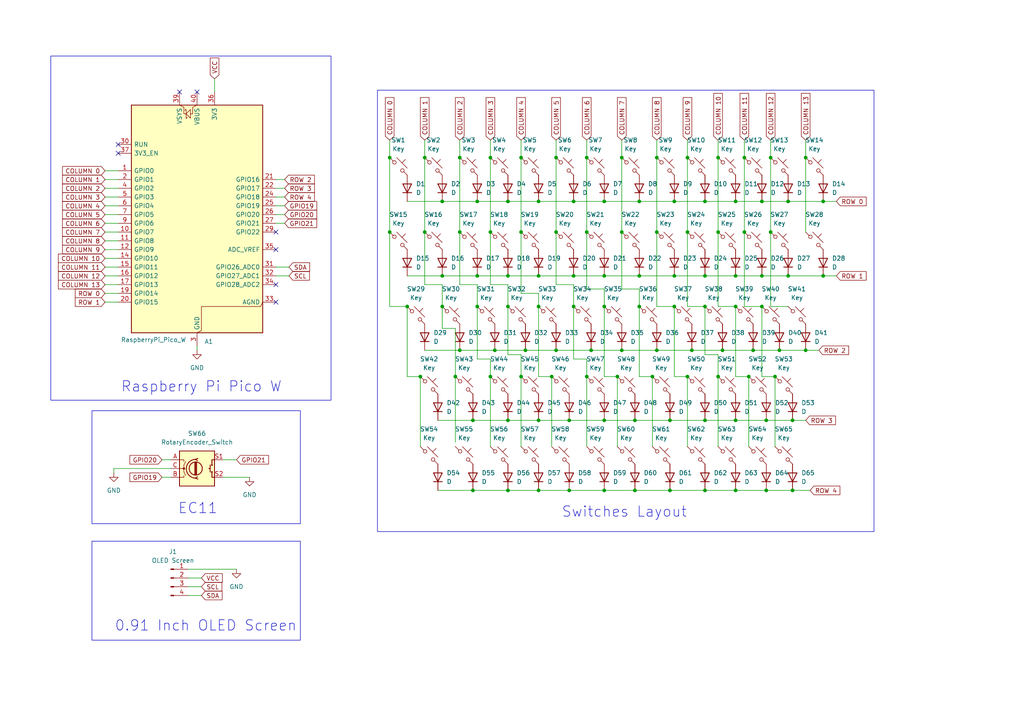
<source format=kicad_sch>
(kicad_sch (version 20250114) (generator "eeschema") (generator_version "9.0")
  (paper "A4")
  (rectangle (start 109.474 26.162) (end 253.492 154.178))
  (rectangle (start 26.67 156.972) (end 87.122 185.674))
  (rectangle (start 14.732 16.256) (end 96.012 116.078))
  (rectangle (start 26.67 119.126) (end 87.122 151.892))
  (text "0.91 Inch OLED Screen" (at 59.69 181.61 0) (effects (font (size 3 3))))
  (text "Raspberry Pi Pico W" (at 58.42 112.268 0) (effects (font (size 3 3))))
  (text "EC11" (at 57.404 147.574 0) (effects (font (size 3 3))))
  (text "Switches Layout\n" (at 181.102 148.59 0) (effects (font (size 3 3))))
  (junction (at 204.47 142.24))
  (junction (at 170.18 67.31))
  (junction (at 128.27 80.01))
  (junction (at 215.9 67.31))
  (junction (at 184.15 121.92))
  (junction (at 190.5 101.6))
  (junction (at 170.18 109.22))
  (junction (at 161.29 67.31))
  (junction (at 143.51 101.6))
  (junction (at 121.92 109.22))
  (junction (at 208.28 109.22))
  (junction (at 190.5 67.31))
  (junction (at 156.21 88.9))
  (junction (at 190.5 45.72))
  (junction (at 137.16 142.24))
  (junction (at 137.16 121.92))
  (junction (at 147.32 88.9))
  (junction (at 233.68 45.72))
  (junction (at 151.13 45.72))
  (junction (at 185.42 88.9))
  (junction (at 226.06 101.6))
  (junction (at 175.26 142.24))
  (junction (at 175.26 80.01))
  (junction (at 175.26 88.9))
  (junction (at 208.28 67.31))
  (junction (at 228.6 58.42))
  (junction (at 156.21 121.92))
  (junction (at 180.34 45.72))
  (junction (at 151.13 67.31))
  (junction (at 132.08 109.22))
  (junction (at 213.36 121.92))
  (junction (at 138.43 88.9))
  (junction (at 228.6 80.01))
  (junction (at 138.43 80.01))
  (junction (at 213.36 88.9))
  (junction (at 194.31 121.92))
  (junction (at 156.21 80.01))
  (junction (at 189.23 109.22))
  (junction (at 170.18 45.72))
  (junction (at 222.25 121.92))
  (junction (at 220.98 58.42))
  (junction (at 166.37 80.01))
  (junction (at 171.45 101.6))
  (junction (at 175.26 121.92))
  (junction (at 147.32 142.24))
  (junction (at 204.47 121.92))
  (junction (at 220.98 88.9))
  (junction (at 128.27 58.42))
  (junction (at 133.35 67.31))
  (junction (at 208.28 45.72))
  (junction (at 233.68 101.6))
  (junction (at 113.03 67.31))
  (junction (at 151.13 109.22))
  (junction (at 204.47 80.01))
  (junction (at 147.32 80.01))
  (junction (at 142.24 45.72))
  (junction (at 156.21 142.24))
  (junction (at 195.58 58.42))
  (junction (at 175.26 58.42))
  (junction (at 204.47 88.9))
  (junction (at 142.24 109.22))
  (junction (at 195.58 88.9))
  (junction (at 156.21 58.42))
  (junction (at 165.1 142.24))
  (junction (at 195.58 80.01))
  (junction (at 161.29 45.72))
  (junction (at 217.17 109.22))
  (junction (at 161.29 101.6))
  (junction (at 200.66 101.6))
  (junction (at 160.02 109.22))
  (junction (at 180.34 67.31))
  (junction (at 224.79 109.22))
  (junction (at 166.37 58.42))
  (junction (at 147.32 58.42))
  (junction (at 128.27 88.9))
  (junction (at 222.25 142.24))
  (junction (at 118.11 88.9))
  (junction (at 215.9 45.72))
  (junction (at 204.47 58.42))
  (junction (at 223.52 67.31))
  (junction (at 213.36 80.01))
  (junction (at 229.87 142.24))
  (junction (at 218.44 101.6))
  (junction (at 220.98 80.01))
  (junction (at 138.43 58.42))
  (junction (at 199.39 109.22))
  (junction (at 238.76 58.42))
  (junction (at 185.42 58.42))
  (junction (at 142.24 67.31))
  (junction (at 147.32 121.92))
  (junction (at 165.1 121.92))
  (junction (at 123.19 67.31))
  (junction (at 123.19 45.72))
  (junction (at 229.87 121.92))
  (junction (at 223.52 45.72))
  (junction (at 185.42 80.01))
  (junction (at 179.07 109.22))
  (junction (at 194.31 142.24))
  (junction (at 184.15 142.24))
  (junction (at 199.39 67.31))
  (junction (at 113.03 45.72))
  (junction (at 180.34 101.6))
  (junction (at 152.4 101.6))
  (junction (at 166.37 88.9))
  (junction (at 199.39 45.72))
  (junction (at 133.35 45.72))
  (junction (at 213.36 58.42))
  (junction (at 238.76 80.01))
  (junction (at 213.36 142.24))
  (junction (at 133.35 101.6))
  (junction (at 209.55 101.6))
  (no_connect (at 80.01 67.31))
  (no_connect (at 57.15 26.67))
  (no_connect (at 52.07 26.67))
  (no_connect (at 80.01 72.39))
  (no_connect (at 34.29 41.91))
  (no_connect (at 80.01 82.55))
  (no_connect (at 80.01 87.63))
  (no_connect (at 34.29 44.45))
  (wire (pts (xy 30.48 62.23) (xy 34.29 62.23)))
  (wire (pts (xy 147.32 58.42) (xy 156.21 58.42)))
  (wire (pts (xy 170.18 109.22) (xy 170.18 104.14)))
  (wire (pts (xy 118.11 80.01) (xy 128.27 80.01)))
  (wire (pts (xy 156.21 80.01) (xy 166.37 80.01)))
  (wire (pts (xy 128.27 82.55) (xy 123.19 82.55)))
  (wire (pts (xy 180.34 45.72) (xy 180.34 67.31)))
  (wire (pts (xy 156.21 121.92) (xy 165.1 121.92)))
  (wire (pts (xy 208.28 45.72) (xy 208.28 67.31)))
  (wire (pts (xy 46.99 138.43) (xy 49.53 138.43)))
  (wire (pts (xy 33.02 135.89) (xy 33.02 137.16)))
  (wire (pts (xy 215.9 88.9) (xy 220.98 88.9)))
  (wire (pts (xy 200.66 101.6) (xy 209.55 101.6)))
  (wire (pts (xy 30.48 72.39) (xy 34.29 72.39)))
  (wire (pts (xy 204.47 142.24) (xy 213.36 142.24)))
  (wire (pts (xy 190.5 45.72) (xy 190.5 67.31)))
  (wire (pts (xy 224.79 109.22) (xy 224.79 129.54)))
  (wire (pts (xy 179.07 109.22) (xy 179.07 129.54)))
  (wire (pts (xy 223.52 45.72) (xy 223.52 67.31)))
  (wire (pts (xy 156.21 109.22) (xy 160.02 109.22)))
  (wire (pts (xy 213.36 121.92) (xy 222.25 121.92)))
  (wire (pts (xy 213.36 58.42) (xy 220.98 58.42)))
  (wire (pts (xy 223.52 67.31) (xy 223.52 88.9)))
  (wire (pts (xy 215.9 67.31) (xy 215.9 88.9)))
  (wire (pts (xy 138.43 82.55) (xy 133.35 82.55)))
  (wire (pts (xy 80.01 59.69) (xy 82.55 59.69)))
  (wire (pts (xy 171.45 101.6) (xy 180.34 101.6)))
  (wire (pts (xy 142.24 45.72) (xy 142.24 67.31)))
  (wire (pts (xy 54.61 170.18) (xy 58.42 170.18)))
  (wire (pts (xy 199.39 40.64) (xy 199.39 45.72)))
  (wire (pts (xy 208.28 67.31) (xy 208.28 88.9)))
  (wire (pts (xy 204.47 88.9) (xy 199.39 88.9)))
  (wire (pts (xy 185.42 58.42) (xy 195.58 58.42)))
  (wire (pts (xy 138.43 58.42) (xy 147.32 58.42)))
  (wire (pts (xy 142.24 82.55) (xy 142.24 67.31)))
  (wire (pts (xy 233.68 40.64) (xy 233.68 45.72)))
  (wire (pts (xy 220.98 88.9) (xy 220.98 109.22)))
  (wire (pts (xy 161.29 101.6) (xy 171.45 101.6)))
  (wire (pts (xy 30.48 74.93) (xy 34.29 74.93)))
  (wire (pts (xy 175.26 80.01) (xy 185.42 80.01)))
  (wire (pts (xy 54.61 172.72) (xy 58.42 172.72)))
  (wire (pts (xy 190.5 67.31) (xy 190.5 88.9)))
  (wire (pts (xy 156.21 58.42) (xy 166.37 58.42)))
  (wire (pts (xy 138.43 88.9) (xy 138.43 82.55)))
  (wire (pts (xy 30.48 57.15) (xy 34.29 57.15)))
  (wire (pts (xy 220.98 80.01) (xy 228.6 80.01)))
  (wire (pts (xy 194.31 142.24) (xy 204.47 142.24)))
  (wire (pts (xy 184.15 142.24) (xy 194.31 142.24)))
  (wire (pts (xy 151.13 40.64) (xy 151.13 45.72)))
  (wire (pts (xy 147.32 88.9) (xy 147.32 82.55)))
  (wire (pts (xy 195.58 58.42) (xy 204.47 58.42)))
  (wire (pts (xy 189.23 109.22) (xy 185.42 109.22)))
  (wire (pts (xy 133.35 67.31) (xy 133.35 45.72)))
  (wire (pts (xy 217.17 109.22) (xy 217.17 129.54)))
  (wire (pts (xy 147.32 121.92) (xy 156.21 121.92)))
  (wire (pts (xy 208.28 102.87) (xy 204.47 102.87)))
  (wire (pts (xy 175.26 121.92) (xy 184.15 121.92)))
  (wire (pts (xy 175.26 109.22) (xy 179.07 109.22)))
  (wire (pts (xy 170.18 83.82) (xy 175.26 83.82)))
  (wire (pts (xy 152.4 101.6) (xy 161.29 101.6)))
  (wire (pts (xy 165.1 142.24) (xy 175.26 142.24)))
  (wire (pts (xy 132.08 128.27) (xy 132.08 109.22)))
  (wire (pts (xy 82.55 52.07) (xy 80.01 52.07)))
  (wire (pts (xy 30.48 67.31) (xy 34.29 67.31)))
  (wire (pts (xy 208.28 109.22) (xy 208.28 102.87)))
  (wire (pts (xy 208.28 40.64) (xy 208.28 45.72)))
  (wire (pts (xy 30.48 82.55) (xy 34.29 82.55)))
  (wire (pts (xy 30.48 77.47) (xy 34.29 77.47)))
  (wire (pts (xy 64.77 138.43) (xy 72.39 138.43)))
  (wire (pts (xy 166.37 82.55) (xy 161.29 82.55)))
  (wire (pts (xy 143.51 101.6) (xy 152.4 101.6)))
  (wire (pts (xy 30.48 59.69) (xy 34.29 59.69)))
  (wire (pts (xy 170.18 45.72) (xy 170.18 67.31)))
  (wire (pts (xy 133.35 40.64) (xy 133.35 45.72)))
  (wire (pts (xy 128.27 88.9) (xy 128.27 82.55)))
  (wire (pts (xy 161.29 40.64) (xy 161.29 45.72)))
  (wire (pts (xy 113.03 40.64) (xy 113.03 45.72)))
  (wire (pts (xy 238.76 80.01) (xy 242.57 80.01)))
  (wire (pts (xy 127 121.92) (xy 137.16 121.92)))
  (wire (pts (xy 30.48 69.85) (xy 34.29 69.85)))
  (wire (pts (xy 226.06 101.6) (xy 233.68 101.6)))
  (wire (pts (xy 175.26 142.24) (xy 184.15 142.24)))
  (wire (pts (xy 185.42 88.9) (xy 185.42 109.22)))
  (wire (pts (xy 229.87 142.24) (xy 234.95 142.24)))
  (wire (pts (xy 199.39 67.31) (xy 199.39 45.72)))
  (wire (pts (xy 80.01 77.47) (xy 83.82 77.47)))
  (wire (pts (xy 147.32 88.9) (xy 147.32 102.87)))
  (wire (pts (xy 194.31 121.92) (xy 204.47 121.92)))
  (wire (pts (xy 54.61 167.64) (xy 58.42 167.64)))
  (wire (pts (xy 228.6 80.01) (xy 238.76 80.01)))
  (wire (pts (xy 132.08 95.25) (xy 128.27 95.25)))
  (wire (pts (xy 30.48 64.77) (xy 34.29 64.77)))
  (wire (pts (xy 54.61 165.1) (xy 68.58 165.1)))
  (wire (pts (xy 166.37 88.9) (xy 166.37 82.55)))
  (wire (pts (xy 137.16 142.24) (xy 147.32 142.24)))
  (wire (pts (xy 123.19 82.55) (xy 123.19 67.31)))
  (wire (pts (xy 142.24 109.22) (xy 142.24 104.14)))
  (wire (pts (xy 184.15 121.92) (xy 194.31 121.92)))
  (wire (pts (xy 147.32 82.55) (xy 142.24 82.55)))
  (wire (pts (xy 151.13 109.22) (xy 151.13 129.54)))
  (wire (pts (xy 80.01 64.77) (xy 82.55 64.77)))
  (wire (pts (xy 147.32 80.01) (xy 156.21 80.01)))
  (wire (pts (xy 132.08 109.22) (xy 132.08 95.25)))
  (wire (pts (xy 220.98 109.22) (xy 224.79 109.22)))
  (wire (pts (xy 80.01 80.01) (xy 83.82 80.01)))
  (wire (pts (xy 138.43 80.01) (xy 147.32 80.01)))
  (wire (pts (xy 166.37 80.01) (xy 175.26 80.01)))
  (wire (pts (xy 30.48 80.01) (xy 34.29 80.01)))
  (wire (pts (xy 218.44 101.6) (xy 226.06 101.6)))
  (wire (pts (xy 166.37 104.14) (xy 166.37 88.9)))
  (wire (pts (xy 82.55 54.61) (xy 80.01 54.61)))
  (wire (pts (xy 233.68 45.72) (xy 233.68 67.31)))
  (wire (pts (xy 30.48 87.63) (xy 34.29 87.63)))
  (wire (pts (xy 223.52 40.64) (xy 223.52 45.72)))
  (wire (pts (xy 199.39 109.22) (xy 199.39 129.54)))
  (wire (pts (xy 185.42 88.9) (xy 185.42 83.82)))
  (wire (pts (xy 151.13 45.72) (xy 151.13 67.31)))
  (wire (pts (xy 229.87 121.92) (xy 233.68 121.92)))
  (wire (pts (xy 151.13 102.87) (xy 147.32 102.87)))
  (wire (pts (xy 213.36 142.24) (xy 222.25 142.24)))
  (wire (pts (xy 220.98 58.42) (xy 228.6 58.42)))
  (wire (pts (xy 204.47 58.42) (xy 213.36 58.42)))
  (wire (pts (xy 142.24 129.54) (xy 142.24 109.22)))
  (wire (pts (xy 121.92 109.22) (xy 121.92 129.54)))
  (wire (pts (xy 233.68 101.6) (xy 237.49 101.6)))
  (wire (pts (xy 180.34 40.64) (xy 180.34 45.72)))
  (wire (pts (xy 123.19 101.6) (xy 133.35 101.6)))
  (wire (pts (xy 147.32 142.24) (xy 156.21 142.24)))
  (wire (pts (xy 195.58 109.22) (xy 199.39 109.22)))
  (wire (pts (xy 156.21 85.09) (xy 156.21 88.9)))
  (wire (pts (xy 118.11 109.22) (xy 121.92 109.22)))
  (wire (pts (xy 166.37 58.42) (xy 175.26 58.42)))
  (wire (pts (xy 175.26 83.82) (xy 175.26 88.9)))
  (wire (pts (xy 138.43 104.14) (xy 138.43 88.9)))
  (wire (pts (xy 190.5 40.64) (xy 190.5 45.72)))
  (wire (pts (xy 190.5 101.6) (xy 200.66 101.6)))
  (wire (pts (xy 123.19 67.31) (xy 123.19 45.72)))
  (wire (pts (xy 208.28 109.22) (xy 208.28 129.54)))
  (wire (pts (xy 228.6 58.42) (xy 238.76 58.42)))
  (wire (pts (xy 49.53 135.89) (xy 33.02 135.89)))
  (wire (pts (xy 175.26 58.42) (xy 185.42 58.42)))
  (wire (pts (xy 215.9 40.64) (xy 215.9 45.72)))
  (wire (pts (xy 185.42 83.82) (xy 180.34 83.82)))
  (wire (pts (xy 165.1 121.92) (xy 175.26 121.92)))
  (wire (pts (xy 128.27 80.01) (xy 138.43 80.01)))
  (wire (pts (xy 30.48 52.07) (xy 34.29 52.07)))
  (wire (pts (xy 204.47 102.87) (xy 204.47 88.9)))
  (wire (pts (xy 180.34 83.82) (xy 180.34 67.31)))
  (wire (pts (xy 133.35 101.6) (xy 143.51 101.6)))
  (wire (pts (xy 118.11 88.9) (xy 118.11 109.22)))
  (wire (pts (xy 128.27 58.42) (xy 138.43 58.42)))
  (wire (pts (xy 142.24 40.64) (xy 142.24 45.72)))
  (wire (pts (xy 209.55 101.6) (xy 218.44 101.6)))
  (wire (pts (xy 137.16 121.92) (xy 147.32 121.92)))
  (wire (pts (xy 156.21 142.24) (xy 165.1 142.24)))
  (wire (pts (xy 213.36 80.01) (xy 220.98 80.01)))
  (wire (pts (xy 170.18 67.31) (xy 170.18 83.82)))
  (wire (pts (xy 195.58 80.01) (xy 204.47 80.01)))
  (wire (pts (xy 195.58 88.9) (xy 195.58 109.22)))
  (wire (pts (xy 199.39 88.9) (xy 199.39 67.31)))
  (wire (pts (xy 170.18 40.64) (xy 170.18 45.72)))
  (wire (pts (xy 127 142.24) (xy 137.16 142.24)))
  (wire (pts (xy 215.9 45.72) (xy 215.9 67.31)))
  (wire (pts (xy 30.48 54.61) (xy 34.29 54.61)))
  (wire (pts (xy 64.77 133.35) (xy 68.58 133.35)))
  (wire (pts (xy 238.76 58.42) (xy 242.57 58.42)))
  (wire (pts (xy 180.34 101.6) (xy 190.5 101.6)))
  (wire (pts (xy 133.35 82.55) (xy 133.35 67.31)))
  (wire (pts (xy 160.02 109.22) (xy 160.02 129.54)))
  (wire (pts (xy 30.48 85.09) (xy 34.29 85.09)))
  (wire (pts (xy 208.28 88.9) (xy 213.36 88.9)))
  (wire (pts (xy 175.26 88.9) (xy 175.26 109.22)))
  (wire (pts (xy 204.47 121.92) (xy 213.36 121.92)))
  (wire (pts (xy 222.25 142.24) (xy 229.87 142.24)))
  (wire (pts (xy 113.03 88.9) (xy 118.11 88.9)))
  (wire (pts (xy 113.03 67.31) (xy 113.03 88.9)))
  (wire (pts (xy 151.13 85.09) (xy 156.21 85.09)))
  (wire (pts (xy 128.27 95.25) (xy 128.27 88.9)))
  (wire (pts (xy 57.15 100.33) (xy 57.15 101.6)))
  (wire (pts (xy 30.48 49.53) (xy 34.29 49.53)))
  (wire (pts (xy 151.13 67.31) (xy 151.13 85.09)))
  (wire (pts (xy 213.36 88.9) (xy 213.36 109.22)))
  (wire (pts (xy 190.5 88.9) (xy 195.58 88.9)))
  (wire (pts (xy 46.99 133.35) (xy 49.53 133.35)))
  (wire (pts (xy 170.18 129.54) (xy 170.18 109.22)))
  (wire (pts (xy 222.25 121.92) (xy 229.87 121.92)))
  (wire (pts (xy 189.23 109.22) (xy 189.23 129.54)))
  (wire (pts (xy 213.36 109.22) (xy 217.17 109.22)))
  (wire (pts (xy 161.29 45.72) (xy 161.29 67.31)))
  (wire (pts (xy 80.01 62.23) (xy 82.55 62.23)))
  (wire (pts (xy 123.19 40.64) (xy 123.19 45.72)))
  (wire (pts (xy 118.11 58.42) (xy 128.27 58.42)))
  (wire (pts (xy 185.42 80.01) (xy 195.58 80.01)))
  (wire (pts (xy 161.29 82.55) (xy 161.29 67.31)))
  (wire (pts (xy 204.47 80.01) (xy 213.36 80.01)))
  (wire (pts (xy 156.21 88.9) (xy 156.21 109.22)))
  (wire (pts (xy 170.18 104.14) (xy 166.37 104.14)))
  (wire (pts (xy 151.13 109.22) (xy 151.13 102.87)))
  (wire (pts (xy 113.03 45.72) (xy 113.03 67.31)))
  (wire (pts (xy 223.52 88.9) (xy 228.6 88.9)))
  (wire (pts (xy 142.24 104.14) (xy 138.43 104.14)))
  (wire (pts (xy 62.23 22.86) (xy 62.23 26.67)))
  (wire (pts (xy 82.55 57.15) (xy 80.01 57.15)))
  (global_label "COLUMN 13" (shape input) (at 233.68 40.64 90) (property "Intersheetrefs" "${INTERSHEET_REFS}" (effects (hide yes))))
  (global_label "COLUMN 1" (shape input) (at 30.48 52.07 180) (property "Intersheetrefs" "${INTERSHEET_REFS}" (effects (hide yes))))
  (global_label "GPIO21" (shape input) (at 68.58 133.35 0) (property "Intersheetrefs" "${INTERSHEET_REFS}" (effects (hide yes))))
  (global_label "COLUMN 7" (shape input) (at 30.48 67.31 180) (property "Intersheetrefs" "${INTERSHEET_REFS}" (effects (hide yes))))
  (global_label "COLUMN 2" (shape input) (at 30.48 54.61 180) (property "Intersheetrefs" "${INTERSHEET_REFS}" (effects (hide yes))))
  (global_label "SCL" (shape input) (at 83.82 80.01 0) (property "Intersheetrefs" "${INTERSHEET_REFS}" (effects (hide yes))))
  (global_label "COLUMN 0" (shape input) (at 113.03 40.64 90) (property "Intersheetrefs" "${INTERSHEET_REFS}" (effects (hide yes))))
  (global_label "GPIO21" (shape input) (at 82.55 64.77 0) (property "Intersheetrefs" "${INTERSHEET_REFS}" (effects (hide yes))))
  (global_label "GPIO20" (shape input) (at 46.99 133.35 180) (property "Intersheetrefs" "${INTERSHEET_REFS}" (effects (hide yes))))
  (global_label "ROW 2" (shape input) (at 82.55 52.07 0) (property "Intersheetrefs" "${INTERSHEET_REFS}" (effects (hide yes))))
  (global_label "SDA" (shape input) (at 83.82 77.47 0) (property "Intersheetrefs" "${INTERSHEET_REFS}" (effects (hide yes))))
  (global_label "COLUMN 5" (shape input) (at 30.48 62.23 180) (property "Intersheetrefs" "${INTERSHEET_REFS}" (effects (hide yes))))
  (global_label "COLUMN 10" (shape input) (at 208.28 40.64 90) (property "Intersheetrefs" "${INTERSHEET_REFS}" (effects (hide yes))))
  (global_label "COLUMN 6" (shape input) (at 170.18 40.64 90) (property "Intersheetrefs" "${INTERSHEET_REFS}" (effects (hide yes))))
  (global_label "COLUMN 2" (shape input) (at 133.35 40.64 90) (property "Intersheetrefs" "${INTERSHEET_REFS}" (effects (hide yes))))
  (global_label "ROW 1" (shape input) (at 242.57 80.01 0) (property "Intersheetrefs" "${INTERSHEET_REFS}" (effects (hide yes))))
  (global_label "COLUMN 4" (shape input) (at 151.13 40.64 90) (property "Intersheetrefs" "${INTERSHEET_REFS}" (effects (hide yes))))
  (global_label "GPIO19" (shape input) (at 82.55 59.69 0) (property "Intersheetrefs" "${INTERSHEET_REFS}" (effects (hide yes))))
  (global_label "COLUMN 11" (shape input) (at 215.9 40.64 90) (property "Intersheetrefs" "${INTERSHEET_REFS}" (effects (hide yes))))
  (global_label "ROW 2" (shape input) (at 237.49 101.6 0) (property "Intersheetrefs" "${INTERSHEET_REFS}" (effects (hide yes))))
  (global_label "COLUMN 8" (shape input) (at 190.5 40.64 90) (property "Intersheetrefs" "${INTERSHEET_REFS}" (effects (hide yes))))
  (global_label "ROW 0" (shape input) (at 242.57 58.42 0) (property "Intersheetrefs" "${INTERSHEET_REFS}" (effects (hide yes))))
  (global_label "ROW 4" (shape input) (at 234.95 142.24 0) (property "Intersheetrefs" "${INTERSHEET_REFS}" (effects (hide yes))))
  (global_label "COLUMN 9" (shape input) (at 30.48 72.39 180) (property "Intersheetrefs" "${INTERSHEET_REFS}" (effects (hide yes))))
  (global_label "COLUMN 9" (shape input) (at 199.39 40.64 90) (property "Intersheetrefs" "${INTERSHEET_REFS}" (effects (hide yes))))
  (global_label "ROW 4" (shape input) (at 82.55 57.15 0) (property "Intersheetrefs" "${INTERSHEET_REFS}" (effects (hide yes))))
  (global_label "GPIO19" (shape input) (at 46.99 138.43 180) (property "Intersheetrefs" "${INTERSHEET_REFS}" (effects (hide yes))))
  (global_label "ROW 0" (shape input) (at 30.48 85.09 180) (property "Intersheetrefs" "${INTERSHEET_REFS}" (effects (hide yes))))
  (global_label "SDA" (shape input) (at 58.42 172.72 0) (property "Intersheetrefs" "${INTERSHEET_REFS}" (effects (hide yes))))
  (global_label "COLUMN 0" (shape input) (at 30.48 49.53 180) (property "Intersheetrefs" "${INTERSHEET_REFS}" (effects (hide yes))))
  (global_label "COLUMN 12" (shape input) (at 30.48 80.01 180) (property "Intersheetrefs" "${INTERSHEET_REFS}" (effects (hide yes))))
  (global_label "GPIO20" (shape input) (at 82.55 62.23 0) (property "Intersheetrefs" "${INTERSHEET_REFS}" (effects (hide yes))))
  (global_label "COLUMN 3" (shape input) (at 142.24 40.64 90) (property "Intersheetrefs" "${INTERSHEET_REFS}" (effects (hide yes))))
  (global_label "ROW 3" (shape input) (at 82.55 54.61 0) (property "Intersheetrefs" "${INTERSHEET_REFS}" (effects (hide yes))))
  (global_label "VCC" (shape input) (at 62.23 22.86 90) (property "Intersheetrefs" "${INTERSHEET_REFS}" (effects (hide yes))))
  (global_label "COLUMN 11" (shape input) (at 30.48 77.47 180) (property "Intersheetrefs" "${INTERSHEET_REFS}" (effects (hide yes))))
  (global_label "COLUMN 13" (shape input) (at 30.48 82.55 180) (property "Intersheetrefs" "${INTERSHEET_REFS}" (effects (hide yes))))
  (global_label "COLUMN 4" (shape input) (at 30.48 59.69 180) (property "Intersheetrefs" "${INTERSHEET_REFS}" (effects (hide yes))))
  (global_label "ROW 1" (shape input) (at 30.48 87.63 180) (property "Intersheetrefs" "${INTERSHEET_REFS}" (effects (hide yes))))
  (global_label "COLUMN 3" (shape input) (at 30.48 57.15 180) (property "Intersheetrefs" "${INTERSHEET_REFS}" (effects (hide yes))))
  (global_label "COLUMN 5" (shape input) (at 161.29 40.64 90) (property "Intersheetrefs" "${INTERSHEET_REFS}" (effects (hide yes))))
  (global_label "SCL" (shape input) (at 58.42 170.18 0) (property "Intersheetrefs" "${INTERSHEET_REFS}" (effects (hide yes))))
  (global_label "COLUMN 6" (shape input) (at 30.48 64.77 180) (property "Intersheetrefs" "${INTERSHEET_REFS}" (effects (hide yes))))
  (global_label "COLUMN 8" (shape input) (at 30.48 69.85 180) (property "Intersheetrefs" "${INTERSHEET_REFS}" (effects (hide yes))))
  (global_label "COLUMN 10" (shape input) (at 30.48 74.93 180) (property "Intersheetrefs" "${INTERSHEET_REFS}" (effects (hide yes))))
  (global_label "COLUMN 7" (shape input) (at 180.34 40.64 90) (property "Intersheetrefs" "${INTERSHEET_REFS}" (effects (hide yes))))
  (global_label "COLUMN 1" (shape input) (at 123.19 40.64 90) (property "Intersheetrefs" "${INTERSHEET_REFS}" (effects (hide yes))))
  (global_label "ROW 3" (shape input) (at 233.68 121.92 0) (property "Intersheetrefs" "${INTERSHEET_REFS}" (effects (hide yes))))
  (global_label "VCC" (shape input) (at 58.42 167.64 0) (property "Intersheetrefs" "${INTERSHEET_REFS}" (effects (hide yes))))
  (global_label "COLUMN 12" (shape input) (at 223.52 40.64 90) (property "Intersheetrefs" "${INTERSHEET_REFS}" (effects (hide yes))))
  (symbol (lib_id "Device:D") (at 185.42 76.2 90) (unit 1)
    (property "Reference" "D22" (at 187.96 74.9299 90) (effects (justify right)))
    (property "Value" "D" (at 187.96 77.4699 90) (effects (justify right)))
    (property "Description" "Diode" (effects (hide yes)))
    (property "Sim.Device" "D" (effects (hide yes)))
    (property "Sim.Pins" "1=K 2=A" (effects (hide yes)))
  )
  (symbol (lib_id "Switch:SW_Push_45deg") (at 210.82 48.26 0) (unit 1)
    (property "Reference" "SW11" (at 210.82 40.64 0))
    (property "Value" "Key" (at 210.82 43.18 0))
    (property "Description" "Push button switch, normally open, two pins, 45° tilted" (effects (hide yes)))
  )
  (symbol (lib_id "Device:D") (at 220.98 54.61 90) (unit 1)
    (property "Reference" "D12" (at 223.52 53.3399 90) (effects (justify right)))
    (property "Value" "D" (at 223.52 55.8799 90) (effects (justify right)))
    (property "Description" "Diode" (effects (hide yes)))
    (property "Sim.Device" "D" (effects (hide yes)))
    (property "Sim.Pins" "1=K 2=A" (effects (hide yes)))
  )
  (symbol (lib_id "Device:D") (at 229.87 118.11 90) (unit 1)
    (property "Reference" "D53" (at 232.41 116.8399 90) (effects (justify right)))
    (property "Value" "D" (at 232.41 119.3799 90) (effects (justify right)))
    (property "Description" "Diode" (effects (hide yes)))
    (property "Sim.Device" "D" (effects (hide yes)))
    (property "Sim.Pins" "1=K 2=A" (effects (hide yes)))
  )
  (symbol (lib_id "Device:D") (at 228.6 54.61 90) (unit 1)
    (property "Reference" "D13" (at 231.14 53.3399 90) (effects (justify right)))
    (property "Value" "D" (at 231.14 55.8799 90) (effects (justify right)))
    (property "Description" "Diode" (effects (hide yes)))
    (property "Sim.Device" "D" (effects (hide yes)))
    (property "Sim.Pins" "1=K 2=A" (effects (hide yes)))
  )
  (symbol (lib_id "Device:D") (at 147.32 138.43 90) (unit 1)
    (property "Reference" "D56" (at 149.86 137.1599 90) (effects (justify right)))
    (property "Value" "D" (at 149.86 139.6999 90) (effects (justify right)))
    (property "Description" "Diode" (effects (hide yes)))
    (property "Sim.Device" "D" (effects (hide yes)))
    (property "Sim.Pins" "1=K 2=A" (effects (hide yes)))
  )
  (symbol (lib_id "Device:D") (at 165.1 118.11 90) (unit 1)
    (property "Reference" "D46" (at 167.64 116.8399 90) (effects (justify right)))
    (property "Value" "D" (at 167.64 119.3799 90) (effects (justify right)))
    (property "Description" "Diode" (effects (hide yes)))
    (property "Sim.Device" "D" (effects (hide yes)))
    (property "Sim.Pins" "1=K 2=A" (effects (hide yes)))
  )
  (symbol (lib_id "Switch:SW_Push_45deg") (at 231.14 91.44 0) (unit 1)
    (property "Reference" "SW41" (at 231.14 83.82 0))
    (property "Value" "Key" (at 231.14 86.36 0))
    (property "Description" "Push button switch, normally open, two pins, 45° tilted" (effects (hide yes)))
  )
  (symbol (lib_id "Device:D") (at 165.1 138.43 90) (unit 1)
    (property "Reference" "D58" (at 167.64 137.1599 90) (effects (justify right)))
    (property "Value" "D" (at 167.64 139.6999 90) (effects (justify right)))
    (property "Description" "Diode" (effects (hide yes)))
    (property "Sim.Device" "D" (effects (hide yes)))
    (property "Sim.Pins" "1=K 2=A" (effects (hide yes)))
  )
  (symbol (lib_id "Device:D") (at 127 118.11 90) (unit 1)
    (property "Reference" "D42" (at 129.54 116.8399 90) (effects (justify right)))
    (property "Value" "D" (at 129.54 119.3799 90) (effects (justify right)))
    (property "Description" "Diode" (effects (hide yes)))
    (property "Sim.Device" "D" (effects (hide yes)))
    (property "Sim.Pins" "1=K 2=A" (effects (hide yes)))
  )
  (symbol (lib_id "Device:D") (at 156.21 118.11 90) (unit 1)
    (property "Reference" "D45" (at 158.75 116.8399 90) (effects (justify right)))
    (property "Value" "D" (at 158.75 119.3799 90) (effects (justify right)))
    (property "Description" "Diode" (effects (hide yes)))
    (property "Sim.Device" "D" (effects (hide yes)))
    (property "Sim.Pins" "1=K 2=A" (effects (hide yes)))
  )
  (symbol (lib_id "Switch:SW_Push_45deg") (at 210.82 132.08 0) (unit 1)
    (property "Reference" "SW63" (at 210.82 124.46 0))
    (property "Value" "Key" (at 210.82 127 0))
    (property "Description" "Push button switch, normally open, two pins, 45° tilted" (effects (hide yes)))
  )
  (symbol (lib_id "Switch:SW_Push_45deg") (at 163.83 48.26 0) (unit 1)
    (property "Reference" "SW6" (at 163.83 40.64 0))
    (property "Value" "Key" (at 163.83 43.18 0))
    (property "Description" "Push button switch, normally open, two pins, 45° tilted" (effects (hide yes)))
  )
  (symbol (lib_id "power:GND") (at 33.02 137.16 0) (unit 1)
    (property "Reference" "#PWR04" (effects (hide yes)))
    (property "Value" "GND" (at 33.02 142.24 0))
    (property "Description" "Power symbol creates a global label with name \"GND\" , ground" (effects (hide yes)))
  )
  (symbol (lib_id "Device:D") (at 156.21 54.61 90) (unit 1)
    (property "Reference" "D5" (at 158.75 53.3399 90) (effects (justify right)))
    (property "Value" "D" (at 158.75 55.8799 90) (effects (justify right)))
    (property "Description" "Diode" (effects (hide yes)))
    (property "Sim.Device" "D" (effects (hide yes)))
    (property "Sim.Pins" "1=K 2=A" (effects (hide yes)))
  )
  (symbol (lib_id "Switch:SW_Push_45deg") (at 181.61 132.08 0) (unit 1)
    (property "Reference" "SW60" (at 181.61 124.46 0))
    (property "Value" "Key" (at 181.61 127 0))
    (property "Description" "Push button switch, normally open, two pins, 45° tilted" (effects (hide yes)))
  )
  (symbol (lib_id "Device:D") (at 195.58 76.2 90) (unit 1)
    (property "Reference" "D23" (at 198.12 74.9299 90) (effects (justify right)))
    (property "Value" "D" (at 198.12 77.4699 90) (effects (justify right)))
    (property "Description" "Diode" (effects (hide yes)))
    (property "Sim.Device" "D" (effects (hide yes)))
    (property "Sim.Pins" "1=K 2=A" (effects (hide yes)))
  )
  (symbol (lib_id "Device:D") (at 238.76 54.61 90) (unit 1)
    (property "Reference" "D14" (at 241.3 53.3399 90) (effects (justify right)))
    (property "Value" "D" (at 241.3 55.8799 90) (effects (justify right)))
    (property "Description" "Diode" (effects (hide yes)))
    (property "Sim.Device" "D" (effects (hide yes)))
    (property "Sim.Pins" "1=K 2=A" (effects (hide yes)))
  )
  (symbol (lib_id "Device:D") (at 127 138.43 90) (unit 1)
    (property "Reference" "D54" (at 129.54 137.1599 90) (effects (justify right)))
    (property "Value" "D" (at 129.54 139.6999 90) (effects (justify right)))
    (property "Description" "Diode" (effects (hide yes)))
    (property "Sim.Device" "D" (effects (hide yes)))
    (property "Sim.Pins" "1=K 2=A" (effects (hide yes)))
  )
  (symbol (lib_id "Device:D") (at 128.27 54.61 90) (unit 1)
    (property "Reference" "D2" (at 130.81 53.3399 90) (effects (justify right)))
    (property "Value" "D" (at 130.81 55.8799 90) (effects (justify right)))
    (property "Description" "Diode" (effects (hide yes)))
    (property "Sim.Device" "D" (effects (hide yes)))
    (property "Sim.Pins" "1=K 2=A" (effects (hide yes)))
  )
  (symbol (lib_id "Device:D") (at 185.42 54.61 90) (unit 1)
    (property "Reference" "D8" (at 187.96 53.3399 90) (effects (justify right)))
    (property "Value" "D" (at 187.96 55.8799 90) (effects (justify right)))
    (property "Description" "Diode" (effects (hide yes)))
    (property "Sim.Device" "D" (effects (hide yes)))
    (property "Sim.Pins" "1=K 2=A" (effects (hide yes)))
  )
  (symbol (lib_id "Device:D") (at 226.06 97.79 90) (unit 1)
    (property "Reference" "D40" (at 228.6 96.5199 90) (effects (justify right)))
    (property "Value" "D" (at 228.6 99.0599 90) (effects (justify right)))
    (property "Description" "Diode" (effects (hide yes)))
    (property "Sim.Device" "D" (effects (hide yes)))
    (property "Sim.Pins" "1=K 2=A" (effects (hide yes)))
  )
  (symbol (lib_id "Device:D") (at 228.6 76.2 90) (unit 1)
    (property "Reference" "D27" (at 231.14 74.9299 90) (effects (justify right)))
    (property "Value" "D" (at 231.14 77.4699 90) (effects (justify right)))
    (property "Description" "Diode" (effects (hide yes)))
    (property "Sim.Device" "D" (effects (hide yes)))
    (property "Sim.Pins" "1=K 2=A" (effects (hide yes)))
  )
  (symbol (lib_id "Switch:SW_Push_45deg") (at 218.44 48.26 0) (unit 1)
    (property "Reference" "SW12" (at 218.44 40.64 0))
    (property "Value" "Key" (at 218.44 43.18 0))
    (property "Description" "Push button switch, normally open, two pins, 45° tilted" (effects (hide yes)))
  )
  (symbol (lib_id "Switch:SW_Push_45deg") (at 226.06 69.85 0) (unit 1)
    (property "Reference" "SW27" (at 226.06 62.23 0))
    (property "Value" "Key" (at 226.06 64.77 0))
    (property "Description" "Push button switch, normally open, two pins, 45° tilted" (effects (hide yes)))
  )
  (symbol (lib_id "Switch:SW_Push_45deg") (at 168.91 91.44 0) (unit 1)
    (property "Reference" "SW34" (at 168.91 83.82 0))
    (property "Value" "Key" (at 168.91 86.36 0))
    (property "Description" "Push button switch, normally open, two pins, 45° tilted" (effects (hide yes)))
  )
  (symbol (lib_id "Device:D") (at 195.58 54.61 90) (unit 1)
    (property "Reference" "D9" (at 198.12 53.3399 90) (effects (justify right)))
    (property "Value" "D" (at 198.12 55.8799 90) (effects (justify right)))
    (property "Description" "Diode" (effects (hide yes)))
    (property "Sim.Device" "D" (effects (hide yes)))
    (property "Sim.Pins" "1=K 2=A" (effects (hide yes)))
  )
  (symbol (lib_id "Switch:SW_Push_45deg") (at 193.04 48.26 0) (unit 1)
    (property "Reference" "SW9" (at 193.04 40.64 0))
    (property "Value" "Key" (at 193.04 43.18 0))
    (property "Description" "Push button switch, normally open, two pins, 45° tilted" (effects (hide yes)))
  )
  (symbol (lib_id "Switch:SW_Push_45deg") (at 201.93 111.76 0) (unit 1)
    (property "Reference" "SW50" (at 201.93 104.14 0))
    (property "Value" "Key" (at 201.93 106.68 0))
    (property "Description" "Push button switch, normally open, two pins, 45° tilted" (effects (hide yes)))
  )
  (symbol (lib_id "Switch:SW_Push_45deg") (at 158.75 91.44 0) (unit 1)
    (property "Reference" "SW33" (at 158.75 83.82 0))
    (property "Value" "Key" (at 158.75 86.36 0))
    (property "Description" "Push button switch, normally open, two pins, 45° tilted" (effects (hide yes)))
  )
  (symbol (lib_id "Switch:SW_Push_45deg") (at 227.33 111.76 0) (unit 1)
    (property "Reference" "SW53" (at 227.33 104.14 0))
    (property "Value" "Key" (at 227.33 106.68 0))
    (property "Description" "Push button switch, normally open, two pins, 45° tilted" (effects (hide yes)))
  )
  (symbol (lib_id "Device:D") (at 213.36 76.2 90) (unit 1)
    (property "Reference" "D25" (at 215.9 74.9299 90) (effects (justify right)))
    (property "Value" "D" (at 215.9 77.4699 90) (effects (justify right)))
    (property "Description" "Diode" (effects (hide yes)))
    (property "Sim.Device" "D" (effects (hide yes)))
    (property "Sim.Pins" "1=K 2=A" (effects (hide yes)))
  )
  (symbol (lib_id "Device:D") (at 204.47 76.2 90) (unit 1)
    (property "Reference" "D24" (at 207.01 74.9299 90) (effects (justify right)))
    (property "Value" "D" (at 207.01 77.4699 90) (effects (justify right)))
    (property "Description" "Diode" (effects (hide yes)))
    (property "Sim.Device" "D" (effects (hide yes)))
    (property "Sim.Pins" "1=K 2=A" (effects (hide yes)))
  )
  (symbol (lib_id "Device:D") (at 184.15 138.43 90) (unit 1)
    (property "Reference" "D60" (at 186.69 137.1599 90) (effects (justify right)))
    (property "Value" "D" (at 186.69 139.6999 90) (effects (justify right)))
    (property "Description" "Diode" (effects (hide yes)))
    (property "Sim.Device" "D" (effects (hide yes)))
    (property "Sim.Pins" "1=K 2=A" (effects (hide yes)))
  )
  (symbol (lib_id "Device:D") (at 233.68 97.79 90) (unit 1)
    (property "Reference" "D41" (at 236.22 96.5199 90) (effects (justify right)))
    (property "Value" "D" (at 236.22 99.0599 90) (effects (justify right)))
    (property "Description" "Diode" (effects (hide yes)))
    (property "Sim.Device" "D" (effects (hide yes)))
    (property "Sim.Pins" "1=K 2=A" (effects (hide yes)))
  )
  (symbol (lib_id "Device:D") (at 190.5 97.79 90) (unit 1)
    (property "Reference" "D36" (at 193.04 96.5199 90) (effects (justify right)))
    (property "Value" "D" (at 193.04 99.0599 90) (effects (justify right)))
    (property "Description" "Diode" (effects (hide yes)))
    (property "Sim.Device" "D" (effects (hide yes)))
    (property "Sim.Pins" "1=K 2=A" (effects (hide yes)))
  )
  (symbol (lib_id "Switch:SW_Push_45deg") (at 236.22 69.85 0) (unit 1)
    (property "Reference" "SW28" (at 236.22 62.23 0))
    (property "Value" "Key" (at 236.22 64.77 0))
    (property "Description" "Push button switch, normally open, two pins, 45° tilted" (effects (hide yes)))
  )
  (symbol (lib_id "Switch:SW_Push_45deg") (at 162.56 132.08 0) (unit 1)
    (property "Reference" "SW58" (at 162.56 124.46 0))
    (property "Value" "Key" (at 162.56 127 0))
    (property "Description" "Push button switch, normally open, two pins, 45° tilted" (effects (hide yes)))
  )
  (symbol (lib_id "Device:D") (at 238.76 76.2 90) (unit 1)
    (property "Reference" "D28" (at 241.3 74.9299 90) (effects (justify right)))
    (property "Value" "D" (at 241.3 77.4699 90) (effects (justify right)))
    (property "Description" "Diode" (effects (hide yes)))
    (property "Sim.Device" "D" (effects (hide yes)))
    (property "Sim.Pins" "1=K 2=A" (effects (hide yes)))
  )
  (symbol (lib_id "Switch:SW_Push_45deg") (at 172.72 132.08 0) (unit 1)
    (property "Reference" "SW59" (at 172.72 124.46 0))
    (property "Value" "Key" (at 172.72 127 0))
    (property "Description" "Push button switch, normally open, two pins, 45° tilted" (effects (hide yes)))
  )
  (symbol (lib_id "Switch:SW_Push_45deg") (at 135.89 48.26 0) (unit 1)
    (property "Reference" "SW3" (at 135.89 40.64 0))
    (property "Value" "Key" (at 135.89 43.18 0))
    (property "Description" "Push button switch, normally open, two pins, 45° tilted" (effects (hide yes)))
  )
  (symbol (lib_id "power:GND") (at 68.58 165.1 0) (unit 1)
    (property "Reference" "#PWR05" (effects (hide yes)))
    (property "Value" "GND" (at 68.58 170.18 0))
    (property "Description" "Power symbol creates a global label with name \"GND\" , ground" (effects (hide yes)))
  )
  (symbol (lib_id "Switch:SW_Push_45deg") (at 191.77 111.76 0) (unit 1)
    (property "Reference" "SW49" (at 191.77 104.14 0))
    (property "Value" "Key" (at 191.77 106.68 0))
    (property "Description" "Push button switch, normally open, two pins, 45° tilted" (effects (hide yes)))
  )
  (symbol (lib_id "Switch:SW_Push_45deg") (at 215.9 91.44 0) (unit 1)
    (property "Reference" "SW39" (at 215.9 83.82 0))
    (property "Value" "Key" (at 215.9 86.36 0))
    (property "Description" "Push button switch, normally open, two pins, 45° tilted" (effects (hide yes)))
  )
  (symbol (lib_id "Device:D") (at 175.26 54.61 90) (unit 1)
    (property "Reference" "D7" (at 177.8 53.3399 90) (effects (justify right)))
    (property "Value" "D" (at 177.8 55.8799 90) (effects (justify right)))
    (property "Description" "Diode" (effects (hide yes)))
    (property "Sim.Device" "D" (effects (hide yes)))
    (property "Sim.Pins" "1=K 2=A" (effects (hide yes)))
  )
  (symbol (lib_id "Switch:SW_Push_45deg") (at 125.73 69.85 0) (unit 1)
    (property "Reference" "SW16" (at 125.73 62.23 0))
    (property "Value" "Key" (at 125.73 64.77 0))
    (property "Description" "Push button switch, normally open, two pins, 45° tilted" (effects (hide yes)))
  )
  (symbol (lib_id "Switch:SW_Push_45deg") (at 182.88 48.26 0) (unit 1)
    (property "Reference" "SW8" (at 182.88 40.64 0))
    (property "Value" "Key" (at 182.88 43.18 0))
    (property "Description" "Push button switch, normally open, two pins, 45° tilted" (effects (hide yes)))
  )
  (symbol (lib_id "Switch:SW_Push_45deg") (at 130.81 91.44 0) (unit 1)
    (property "Reference" "SW30" (at 130.81 83.82 0))
    (property "Value" "Key" (at 130.81 86.36 0))
    (property "Description" "Push button switch, normally open, two pins, 45° tilted" (effects (hide yes)))
  )
  (symbol (lib_id "Switch:SW_Push_45deg") (at 115.57 69.85 0) (unit 1)
    (property "Reference" "SW15" (at 115.57 62.23 0))
    (property "Value" "Key" (at 115.57 64.77 0))
    (property "Description" "Push button switch, normally open, two pins, 45° tilted" (effects (hide yes)))
  )
  (symbol (lib_id "Device:D") (at 147.32 54.61 90) (unit 1)
    (property "Reference" "D4" (at 149.86 53.3399 90) (effects (justify right)))
    (property "Value" "D" (at 149.86 55.8799 90) (effects (justify right)))
    (property "Description" "Diode" (effects (hide yes)))
    (property "Sim.Device" "D" (effects (hide yes)))
    (property "Sim.Pins" "1=K 2=A" (effects (hide yes)))
  )
  (symbol (lib_id "Device:D") (at 137.16 138.43 90) (unit 1)
    (property "Reference" "D55" (at 139.7 137.1599 90) (effects (justify right)))
    (property "Value" "D" (at 139.7 139.6999 90) (effects (justify right)))
    (property "Description" "Diode" (effects (hide yes)))
    (property "Sim.Device" "D" (effects (hide yes)))
    (property "Sim.Pins" "1=K 2=A" (effects (hide yes)))
  )
  (symbol (lib_id "Switch:SW_Push_45deg") (at 135.89 69.85 0) (unit 1)
    (property "Reference" "SW17" (at 135.89 62.23 0))
    (property "Value" "Key" (at 135.89 64.77 0))
    (property "Description" "Push button switch, normally open, two pins, 45° tilted" (effects (hide yes)))
  )
  (symbol (lib_id "Device:D") (at 175.26 76.2 90) (unit 1)
    (property "Reference" "D21" (at 177.8 74.9299 90) (effects (justify right)))
    (property "Value" "D" (at 177.8 77.4699 90) (effects (justify right)))
    (property "Description" "Diode" (effects (hide yes)))
    (property "Sim.Device" "D" (effects (hide yes)))
    (property "Sim.Pins" "1=K 2=A" (effects (hide yes)))
  )
  (symbol (lib_id "Device:D") (at 222.25 138.43 90) (unit 1)
    (property "Reference" "D64" (at 224.79 137.1599 90) (effects (justify right)))
    (property "Value" "D" (at 224.79 139.6999 90) (effects (justify right)))
    (property "Description" "Diode" (effects (hide yes)))
    (property "Sim.Device" "D" (effects (hide yes)))
    (property "Sim.Pins" "1=K 2=A" (effects (hide yes)))
  )
  (symbol (lib_id "Connector:Conn_01x04_Pin") (at 49.53 167.64 0) (unit 1)
    (property "Reference" "J1" (at 50.165 160.02 0))
    (property "Value" "OLED Screen" (at 50.165 162.56 0))
    (property "Description" "Generic connector, single row, 01x04, script generated" (effects (hide yes)))
  )
  (symbol (lib_id "Device:D") (at 118.11 54.61 90) (unit 1)
    (property "Reference" "D1" (at 120.65 53.3399 90) (effects (justify right)))
    (property "Value" "D" (at 120.65 55.8799 90) (effects (justify right)))
    (property "Description" "Diode" (effects (hide yes)))
    (property "Sim.Device" "D" (effects (hide yes)))
    (property "Sim.Pins" "1=K 2=A" (effects (hide yes)))
  )
  (symbol (lib_id "Device:D") (at 166.37 76.2 90) (unit 1)
    (property "Reference" "D20" (at 168.91 74.9299 90) (effects (justify right)))
    (property "Value" "D" (at 168.91 77.4699 90) (effects (justify right)))
    (property "Description" "Diode" (effects (hide yes)))
    (property "Sim.Device" "D" (effects (hide yes)))
    (property "Sim.Pins" "1=K 2=A" (effects (hide yes)))
  )
  (symbol (lib_id "Device:D") (at 204.47 118.11 90) (unit 1)
    (property "Reference" "D50" (at 207.01 116.8399 90) (effects (justify right)))
    (property "Value" "D" (at 207.01 119.3799 90) (effects (justify right)))
    (property "Description" "Diode" (effects (hide yes)))
    (property "Sim.Device" "D" (effects (hide yes)))
    (property "Sim.Pins" "1=K 2=A" (effects (hide yes)))
  )
  (symbol (lib_id "Switch:SW_Push_45deg") (at 153.67 111.76 0) (unit 1)
    (property "Reference" "SW45" (at 153.67 104.14 0))
    (property "Value" "Key" (at 153.67 106.68 0))
    (property "Description" "Push button switch, normally open, two pins, 45° tilted" (effects (hide yes)))
  )
  (symbol (lib_id "Switch:SW_Push_45deg") (at 144.78 48.26 0) (unit 1)
    (property "Reference" "SW4" (at 144.78 40.64 0))
    (property "Value" "Key" (at 144.78 43.18 0))
    (property "Description" "Push button switch, normally open, two pins, 45° tilted" (effects (hide yes)))
  )
  (symbol (lib_id "Device:D") (at 152.4 97.79 90) (unit 1)
    (property "Reference" "D32" (at 154.94 96.5199 90) (effects (justify right)))
    (property "Value" "D" (at 154.94 99.0599 90) (effects (justify right)))
    (property "Description" "Diode" (effects (hide yes)))
    (property "Sim.Device" "D" (effects (hide yes)))
    (property "Sim.Pins" "1=K 2=A" (effects (hide yes)))
  )
  (symbol (lib_id "Switch:SW_Push_45deg") (at 198.12 91.44 0) (unit 1)
    (property "Reference" "SW37" (at 198.12 83.82 0))
    (property "Value" "Key" (at 198.12 86.36 0))
    (property "Description" "Push button switch, normally open, two pins, 45° tilted" (effects (hide yes)))
  )
  (symbol (lib_id "Device:D") (at 175.26 118.11 90) (unit 1)
    (property "Reference" "D47" (at 177.8 116.8399 90) (effects (justify right)))
    (property "Value" "D" (at 177.8 119.3799 90) (effects (justify right)))
    (property "Description" "Diode" (effects (hide yes)))
    (property "Sim.Device" "D" (effects (hide yes)))
    (property "Sim.Pins" "1=K 2=A" (effects (hide yes)))
  )
  (symbol (lib_id "Switch:SW_Push_45deg") (at 140.97 91.44 0) (unit 1)
    (property "Reference" "SW31" (at 140.97 83.82 0))
    (property "Value" "Key" (at 140.97 86.36 0))
    (property "Description" "Push button switch, normally open, two pins, 45° tilted" (effects (hide yes)))
  )
  (symbol (lib_id "Device:D") (at 143.51 97.79 90) (unit 1)
    (property "Reference" "D31" (at 146.05 96.5199 90) (effects (justify right)))
    (property "Value" "D" (at 146.05 99.0599 90) (effects (justify right)))
    (property "Description" "Diode" (effects (hide yes)))
    (property "Sim.Device" "D" (effects (hide yes)))
    (property "Sim.Pins" "1=K 2=A" (effects (hide yes)))
  )
  (symbol (lib_id "Switch:SW_Push_45deg") (at 207.01 91.44 0) (unit 1)
    (property "Reference" "SW38" (at 207.01 83.82 0))
    (property "Value" "Key" (at 207.01 86.36 0))
    (property "Description" "Push button switch, normally open, two pins, 45° tilted" (effects (hide yes)))
  )
  (symbol (lib_id "power:GND") (at 57.15 101.6 0) (unit 1)
    (property "Reference" "#PWR01" (effects (hide yes)))
    (property "Value" "GND" (at 57.15 106.68 0))
    (property "Description" "Power symbol creates a global label with name \"GND\" , ground" (effects (hide yes)))
  )
  (symbol (lib_id "Device:D") (at 194.31 138.43 90) (unit 1)
    (property "Reference" "D61" (at 196.85 137.1599 90) (effects (justify right)))
    (property "Value" "D" (at 196.85 139.6999 90) (effects (justify right)))
    (property "Description" "Diode" (effects (hide yes)))
    (property "Sim.Device" "D" (effects (hide yes)))
    (property "Sim.Pins" "1=K 2=A" (effects (hide yes)))
  )
  (symbol (lib_id "Device:D") (at 147.32 76.2 90) (unit 1)
    (property "Reference" "D18" (at 149.86 74.9299 90) (effects (justify right)))
    (property "Value" "D" (at 149.86 77.4699 90) (effects (justify right)))
    (property "Description" "Diode" (effects (hide yes)))
    (property "Sim.Device" "D" (effects (hide yes)))
    (property "Sim.Pins" "1=K 2=A" (effects (hide yes)))
  )
  (symbol (lib_id "Switch:SW_Push_45deg") (at 201.93 69.85 0) (unit 1)
    (property "Reference" "SW24" (at 201.93 62.23 0))
    (property "Value" "Key" (at 201.93 64.77 0))
    (property "Description" "Push button switch, normally open, two pins, 45° tilted" (effects (hide yes)))
  )
  (symbol (lib_id "Switch:SW_Push_45deg") (at 124.46 111.76 0) (unit 1)
    (property "Reference" "SW42" (at 124.46 104.14 0))
    (property "Value" "Key" (at 124.46 106.68 0))
    (property "Description" "Push button switch, normally open, two pins, 45° tilted" (effects (hide yes)))
  )
  (symbol (lib_id "Device:D") (at 123.19 97.79 90) (unit 1)
    (property "Reference" "D29" (at 125.73 96.5199 90) (effects (justify right)))
    (property "Value" "D" (at 125.73 99.0599 90) (effects (justify right)))
    (property "Description" "Diode" (effects (hide yes)))
    (property "Sim.Device" "D" (effects (hide yes)))
    (property "Sim.Pins" "1=K 2=A" (effects (hide yes)))
  )
  (symbol (lib_id "Device:D") (at 137.16 118.11 90) (unit 1)
    (property "Reference" "D43" (at 139.7 116.8399 90) (effects (justify right)))
    (property "Value" "D" (at 139.7 119.3799 90) (effects (justify right)))
    (property "Description" "Diode" (effects (hide yes)))
    (property "Sim.Device" "D" (effects (hide yes)))
    (property "Sim.Pins" "1=K 2=A" (effects (hide yes)))
  )
  (symbol (lib_id "Switch:SW_Push_45deg") (at 134.62 111.76 0) (unit 1)
    (property "Reference" "SW43" (at 134.62 104.14 0))
    (property "Value" "Key" (at 134.62 106.68 0))
    (property "Description" "Push button switch, normally open, two pins, 45° tilted" (effects (hide yes)))
  )
  (symbol (lib_id "Switch:SW_Push_45deg") (at 219.71 111.76 0) (unit 1)
    (property "Reference" "SW52" (at 219.71 104.14 0))
    (property "Value" "Key" (at 219.71 106.68 0))
    (property "Description" "Push button switch, normally open, two pins, 45° tilted" (effects (hide yes)))
  )
  (symbol (lib_id "Device:RotaryEncoder_Switch") (at 57.15 135.89 0) (unit 1)
    (property "Reference" "SW66" (at 57.15 125.73 0))
    (property "Value" "RotaryEncoder_Switch" (at 57.15 128.27 0))
    (property "Description" "Rotary encoder, dual channel, incremental quadrate outputs, with switch" (effects (hide yes)))
  )
  (symbol (lib_id "Switch:SW_Push_45deg") (at 182.88 69.85 0) (unit 1)
    (property "Reference" "SW22" (at 182.88 62.23 0))
    (property "Value" "Key" (at 182.88 64.77 0))
    (property "Description" "Push button switch, normally open, two pins, 45° tilted" (effects (hide yes)))
  )
  (symbol (lib_id "Switch:SW_Push_45deg") (at 223.52 91.44 0) (unit 1)
    (property "Reference" "SW40" (at 223.52 83.82 0))
    (property "Value" "Key" (at 223.52 86.36 0))
    (property "Description" "Push button switch, normally open, two pins, 45° tilted" (effects (hide yes)))
  )
  (symbol (lib_id "Device:D") (at 184.15 118.11 90) (unit 1)
    (property "Reference" "D48" (at 186.69 116.8399 90) (effects (justify right)))
    (property "Value" "D" (at 186.69 119.3799 90) (effects (justify right)))
    (property "Description" "Diode" (effects (hide yes)))
    (property "Sim.Device" "D" (effects (hide yes)))
    (property "Sim.Pins" "1=K 2=A" (effects (hide yes)))
  )
  (symbol (lib_id "Switch:SW_Push_45deg") (at 172.72 69.85 0) (unit 1)
    (property "Reference" "SW21" (at 172.72 62.23 0))
    (property "Value" "Key" (at 172.72 64.77 0))
    (property "Description" "Push button switch, normally open, two pins, 45° tilted" (effects (hide yes)))
  )
  (symbol (lib_id "Switch:SW_Push_45deg") (at 187.96 91.44 0) (unit 1)
    (property "Reference" "SW36" (at 187.96 83.82 0))
    (property "Value" "Key" (at 187.96 86.36 0))
    (property "Description" "Push button switch, normally open, two pins, 45° tilted" (effects (hide yes)))
  )
  (symbol (lib_id "Switch:SW_Push_45deg") (at 115.57 48.26 0) (unit 1)
    (property "Reference" "SW1" (at 115.57 40.64 0))
    (property "Value" "Key" (at 115.57 43.18 0))
    (property "Description" "Push button switch, normally open, two pins, 45° tilted" (effects (hide yes)))
  )
  (symbol (lib_id "Device:D") (at 220.98 76.2 90) (unit 1)
    (property "Reference" "D26" (at 223.52 74.9299 90) (effects (justify right)))
    (property "Value" "D" (at 223.52 77.4699 90) (effects (justify right)))
    (property "Description" "Diode" (effects (hide yes)))
    (property "Sim.Device" "D" (effects (hide yes)))
    (property "Sim.Pins" "1=K 2=A" (effects (hide yes)))
  )
  (symbol (lib_id "Device:D") (at 156.21 138.43 90) (unit 1)
    (property "Reference" "D57" (at 158.75 137.1599 90) (effects (justify right)))
    (property "Value" "D" (at 158.75 139.6999 90) (effects (justify right)))
    (property "Description" "Diode" (effects (hide yes)))
    (property "Sim.Device" "D" (effects (hide yes)))
    (property "Sim.Pins" "1=K 2=A" (effects (hide yes)))
  )
  (symbol (lib_id "Switch:SW_Push_45deg") (at 124.46 132.08 0) (unit 1)
    (property "Reference" "SW54" (at 124.46 124.46 0))
    (property "Value" "Key" (at 124.46 127 0))
    (property "Description" "Push button switch, normally open, two pins, 45° tilted" (effects (hide yes)))
  )
  (symbol (lib_id "Device:D") (at 175.26 138.43 90) (unit 1)
    (property "Reference" "D59" (at 177.8 137.1599 90) (effects (justify right)))
    (property "Value" "D" (at 177.8 139.6999 90) (effects (justify right)))
    (property "Description" "Diode" (effects (hide yes)))
    (property "Sim.Device" "D" (effects (hide yes)))
    (property "Sim.Pins" "1=K 2=A" (effects (hide yes)))
  )
  (symbol (lib_id "Switch:SW_Push_45deg") (at 120.65 91.44 0) (unit 1)
    (property "Reference" "SW29" (at 120.65 83.82 0))
    (property "Value" "Key" (at 120.65 86.36 0))
    (property "Description" "Push button switch, normally open, two pins, 45° tilted" (effects (hide yes)))
  )
  (symbol (lib_id "Device:D") (at 166.37 54.61 90) (unit 1)
    (property "Reference" "D6" (at 168.91 53.3399 90) (effects (justify right)))
    (property "Value" "D" (at 168.91 55.8799 90) (effects (justify right)))
    (property "Description" "Diode" (effects (hide yes)))
    (property "Sim.Device" "D" (effects (hide yes)))
    (property "Sim.Pins" "1=K 2=A" (effects (hide yes)))
  )
  (symbol (lib_id "Switch:SW_Push_45deg") (at 210.82 69.85 0) (unit 1)
    (property "Reference" "SW25" (at 210.82 62.23 0))
    (property "Value" "Key" (at 210.82 64.77 0))
    (property "Description" "Push button switch, normally open, two pins, 45° tilted" (effects (hide yes)))
  )
  (symbol (lib_id "Switch:SW_Push_45deg") (at 177.8 91.44 0) (unit 1)
    (property "Reference" "SW35" (at 177.8 83.82 0))
    (property "Value" "Key" (at 177.8 86.36 0))
    (property "Description" "Push button switch, normally open, two pins, 45° tilted" (effects (hide yes)))
  )
  (symbol (lib_id "Switch:SW_Push_45deg") (at 163.83 69.85 0) (unit 1)
    (property "Reference" "SW20" (at 163.83 62.23 0))
    (property "Value" "Key" (at 163.83 64.77 0))
    (property "Description" "Push button switch, normally open, two pins, 45° tilted" (effects (hide yes)))
  )
  (symbol (lib_id "Device:D") (at 138.43 54.61 90) (unit 1)
    (property "Reference" "D3" (at 140.97 53.3399 90) (effects (justify right)))
    (property "Value" "D" (at 140.97 55.8799 90) (effects (justify right)))
    (property "Description" "Diode" (effects (hide yes)))
    (property "Sim.Device" "D" (effects (hide yes)))
    (property "Sim.Pins" "1=K 2=A" (effects (hide yes)))
  )
  (symbol (lib_id "Switch:SW_Push_45deg") (at 172.72 48.26 0) (unit 1)
    (property "Reference" "SW7" (at 172.72 40.64 0))
    (property "Value" "Key" (at 172.72 43.18 0))
    (property "Description" "Push button switch, normally open, two pins, 45° tilted" (effects (hide yes)))
  )
  (symbol (lib_id "Switch:SW_Push_45deg") (at 191.77 132.08 0) (unit 1)
    (property "Reference" "SW61" (at 191.77 124.46 0))
    (property "Value" "Key" (at 191.77 127 0))
    (property "Description" "Push button switch, normally open, two pins, 45° tilted" (effects (hide yes)))
  )
  (symbol (lib_id "Device:D") (at 128.27 76.2 90) (unit 1)
    (property "Reference" "D16" (at 130.81 74.9299 90) (effects (justify right)))
    (property "Value" "D" (at 130.81 77.4699 90) (effects (justify right)))
    (property "Description" "Diode" (effects (hide yes)))
    (property "Sim.Device" "D" (effects (hide yes)))
    (property "Sim.Pins" "1=K 2=A" (effects (hide yes)))
  )
  (symbol (lib_id "Switch:SW_Push_45deg") (at 153.67 48.26 0) (unit 1)
    (property "Reference" "SW5" (at 153.67 40.64 0))
    (property "Value" "Key" (at 153.67 43.18 0))
    (property "Description" "Push button switch, normally open, two pins, 45° tilted" (effects (hide yes)))
  )
  (symbol (lib_id "Device:D") (at 222.25 118.11 90) (unit 1)
    (property "Reference" "D52" (at 224.79 116.8399 90) (effects (justify right)))
    (property "Value" "D" (at 224.79 119.3799 90) (effects (justify right)))
    (property "Description" "Diode" (effects (hide yes)))
    (property "Sim.Device" "D" (effects (hide yes)))
    (property "Sim.Pins" "1=K 2=A" (effects (hide yes)))
  )
  (symbol (lib_id "Switch:SW_Push_45deg") (at 193.04 69.85 0) (unit 1)
    (property "Reference" "SW23" (at 193.04 62.23 0))
    (property "Value" "Key" (at 193.04 64.77 0))
    (property "Description" "Push button switch, normally open, two pins, 45° tilted" (effects (hide yes)))
  )
  (symbol (lib_id "Device:D") (at 161.29 97.79 90) (unit 1)
    (property "Reference" "D33" (at 163.83 96.5199 90) (effects (justify right)))
    (property "Value" "D" (at 163.83 99.0599 90) (effects (justify right)))
    (property "Description" "Diode" (effects (hide yes)))
    (property "Sim.Device" "D" (effects (hide yes)))
    (property "Sim.Pins" "1=K 2=A" (effects (hide yes)))
  )
  (symbol (lib_id "Device:D") (at 200.66 97.79 90) (unit 1)
    (property "Reference" "D37" (at 203.2 96.5199 90) (effects (justify right)))
    (property "Value" "D" (at 203.2 99.0599 90) (effects (justify right)))
    (property "Description" "Diode" (effects (hide yes)))
    (property "Sim.Device" "D" (effects (hide yes)))
    (property "Sim.Pins" "1=K 2=A" (effects (hide yes)))
  )
  (symbol (lib_id "Switch:SW_Push_45deg") (at 144.78 132.08 0) (unit 1)
    (property "Reference" "SW56" (at 144.78 124.46 0))
    (property "Value" "Key" (at 144.78 127 0))
    (property "Description" "Push button switch, normally open, two pins, 45° tilted" (effects (hide yes)))
  )
  (symbol (lib_id "Device:D") (at 133.35 97.79 90) (unit 1)
    (property "Reference" "D30" (at 135.89 96.5199 90) (effects (justify right)))
    (property "Value" "D" (at 135.89 99.0599 90) (effects (justify right)))
    (property "Description" "Diode" (effects (hide yes)))
    (property "Sim.Device" "D" (effects (hide yes)))
    (property "Sim.Pins" "1=K 2=A" (effects (hide yes)))
  )
  (symbol (lib_id "Switch:SW_Push_45deg") (at 144.78 69.85 0) (unit 1)
    (property "Reference" "SW18" (at 144.78 62.23 0))
    (property "Value" "Key" (at 144.78 64.77 0))
    (property "Description" "Push button switch, normally open, two pins, 45° tilted" (effects (hide yes)))
  )
  (symbol (lib_id "Device:D") (at 138.43 76.2 90) (unit 1)
    (property "Reference" "D17" (at 140.97 74.9299 90) (effects (justify right)))
    (property "Value" "D" (at 140.97 77.4699 90) (effects (justify right)))
    (property "Description" "Diode" (effects (hide yes)))
    (property "Sim.Device" "D" (effects (hide yes)))
    (property "Sim.Pins" "1=K 2=A" (effects (hide yes)))
  )
  (symbol (lib_id "Device:D") (at 180.34 97.79 90) (unit 1)
    (property "Reference" "D35" (at 182.88 96.5199 90) (effects (justify right)))
    (property "Value" "D" (at 182.88 99.0599 90) (effects (justify right)))
    (property "Description" "Diode" (effects (hide yes)))
    (property "Sim.Device" "D" (effects (hide yes)))
    (property "Sim.Pins" "1=K 2=A" (effects (hide yes)))
  )
  (symbol (lib_id "power:GND") (at 72.39 138.43 0) (unit 1)
    (property "Reference" "#PWR03" (effects (hide yes)))
    (property "Value" "GND" (at 72.39 143.51 0))
    (property "Description" "Power symbol creates a global label with name \"GND\" , ground" (effects (hide yes)))
  )
  (symbol (lib_id "Switch:SW_Push_45deg") (at 236.22 48.26 0) (unit 1)
    (property "Reference" "SW14" (at 236.22 40.64 0))
    (property "Value" "Key" (at 236.22 43.18 0))
    (property "Description" "Push button switch, normally open, two pins, 45° tilted" (effects (hide yes)))
  )
  (symbol (lib_id "Device:D") (at 204.47 54.61 90) (unit 1)
    (property "Reference" "D10" (at 207.01 53.3399 90) (effects (justify right)))
    (property "Value" "D" (at 207.01 55.8799 90) (effects (justify right)))
    (property "Description" "Diode" (effects (hide yes)))
    (property "Sim.Device" "D" (effects (hide yes)))
    (property "Sim.Pins" "1=K 2=A" (effects (hide yes)))
  )
  (symbol (lib_id "Switch:SW_Push_45deg") (at 172.72 111.76 0) (unit 1)
    (property "Reference" "SW47" (at 172.72 104.14 0))
    (property "Value" "Key" (at 172.72 106.68 0))
    (property "Description" "Push button switch, normally open, two pins, 45° tilted" (effects (hide yes)))
  )
  (symbol (lib_id "Switch:SW_Push_45deg") (at 149.86 91.44 0) (unit 1)
    (property "Reference" "SW32" (at 149.86 83.82 0))
    (property "Value" "Key" (at 149.86 86.36 0))
    (property "Description" "Push button switch, normally open, two pins, 45° tilted" (effects (hide yes)))
  )
  (symbol (lib_id "Switch:SW_Push_45deg") (at 219.71 132.08 0) (unit 1)
    (property "Reference" "SW64" (at 219.71 124.46 0))
    (property "Value" "Key" (at 219.71 127 0))
    (property "Description" "Push button switch, normally open, two pins, 45° tilted" (effects (hide yes)))
  )
  (symbol (lib_id "MCU_Module:RaspberryPi_Pico_W") (at 57.15 64.77 0) (unit 1)
    (property "Reference" "A1" (at 59.2933 99.06 0) (effects (justify left)))
    (property "Value" "RaspberryPi_Pico_W" (at 35.052 98.552 0) (effects (justify left)))
    (property "Footprint" "Module:RaspberryPi_Pico_Common_THT" (effects (hide yes)))
    (property "Datasheet" "https://datasheets.raspberrypi.com/picow/pico-w-datasheet.pdf" (effects (hide yes)))
    (property "Description" "Versatile and inexpensive wireless microcontroller module powered by RP2040 dual-core Arm Cortex-M0+ processor up to 133 MHz, 264kB SRAM, 2MB QSPI flash, Infineon CYW43439 2.4GHz 802.11n wireless LAN; also supports Raspberry Pi Pico 2 W" (effects (hide yes)))
  )
  (symbol (lib_id "Device:D") (at 204.47 138.43 90) (unit 1)
    (property "Reference" "D62" (at 207.01 137.1599 90) (effects (justify right)))
    (property "Value" "D" (at 207.01 139.6999 90) (effects (justify right)))
    (property "Description" "Diode" (effects (hide yes)))
    (property "Sim.Device" "D" (effects (hide yes)))
    (property "Sim.Pins" "1=K 2=A" (effects (hide yes)))
  )
  (symbol (lib_id "Switch:SW_Push_45deg") (at 210.82 111.76 0) (unit 1)
    (property "Reference" "SW51" (at 210.82 104.14 0))
    (property "Value" "Key" (at 210.82 106.68 0))
    (property "Description" "Push button switch, normally open, two pins, 45° tilted" (effects (hide yes)))
  )
  (symbol (lib_id "Switch:SW_Push_45deg") (at 153.67 132.08 0) (unit 1)
    (property "Reference" "SW57" (at 153.67 124.46 0))
    (property "Value" "Key" (at 153.67 127 0))
    (property "Description" "Push button switch, normally open, two pins, 45° tilted" (effects (hide yes)))
  )
  (symbol (lib_id "Device:D") (at 218.44 97.79 90) (unit 1)
    (property "Reference" "D39" (at 220.98 96.5199 90) (effects (justify right)))
    (property "Value" "D" (at 220.98 99.0599 90) (effects (justify right)))
    (property "Description" "Diode" (effects (hide yes)))
    (property "Sim.Device" "D" (effects (hide yes)))
    (property "Sim.Pins" "1=K 2=A" (effects (hide yes)))
  )
  (symbol (lib_id "Device:D") (at 171.45 97.79 90) (unit 1)
    (property "Reference" "D34" (at 173.99 96.5199 90) (effects (justify right)))
    (property "Value" "D" (at 173.99 99.0599 90) (effects (justify right)))
    (property "Description" "Diode" (effects (hide yes)))
    (property "Sim.Device" "D" (effects (hide yes)))
    (property "Sim.Pins" "1=K 2=A" (effects (hide yes)))
  )
  (symbol (lib_id "Switch:SW_Push_45deg") (at 218.44 69.85 0) (unit 1)
    (property "Reference" "SW26" (at 218.44 62.23 0))
    (property "Value" "Key" (at 218.44 64.77 0))
    (property "Description" "Push button switch, normally open, two pins, 45° tilted" (effects (hide yes)))
  )
  (symbol (lib_id "Switch:SW_Push_45deg") (at 201.93 48.26 0) (unit 1)
    (property "Reference" "SW10" (at 201.93 40.64 0))
    (property "Value" "Key" (at 201.93 43.18 0))
    (property "Description" "Push button switch, normally open, two pins, 45° tilted" (effects (hide yes)))
  )
  (symbol (lib_id "Device:D") (at 213.36 54.61 90) (unit 1)
    (property "Reference" "D11" (at 215.9 53.3399 90) (effects (justify right)))
    (property "Value" "D" (at 215.9 55.8799 90) (effects (justify right)))
    (property "Description" "Diode" (effects (hide yes)))
    (property "Sim.Device" "D" (effects (hide yes)))
    (property "Sim.Pins" "1=K 2=A" (effects (hide yes)))
  )
  (symbol (lib_id "Switch:SW_Push_45deg") (at 144.78 111.76 0) (unit 1)
    (property "Reference" "SW44" (at 144.78 104.14 0))
    (property "Value" "Key" (at 144.78 106.68 0))
    (property "Description" "Push button switch, normally open, two pins, 45° tilted" (effects (hide yes)))
  )
  (symbol (lib_id "Switch:SW_Push_45deg") (at 181.61 111.76 0) (unit 1)
    (property "Reference" "SW48" (at 181.61 104.14 0))
    (property "Value" "Key" (at 181.61 106.68 0))
    (property "Description" "Push button switch, normally open, two pins, 45° tilted" (effects (hide yes)))
  )
  (symbol (lib_id "Device:D") (at 209.55 97.79 90) (unit 1)
    (property "Reference" "D38" (at 212.09 96.5199 90) (effects (justify right)))
    (property "Value" "D" (at 212.09 99.0599 90) (effects (justify right)))
    (property "Description" "Diode" (effects (hide yes)))
    (property "Sim.Device" "D" (effects (hide yes)))
    (property "Sim.Pins" "1=K 2=A" (effects (hide yes)))
  )
  (symbol (lib_id "Switch:SW_Push_45deg") (at 125.73 48.26 0) (unit 1)
    (property "Reference" "SW2" (at 125.73 40.64 0))
    (property "Value" "Key" (at 125.73 43.18 0))
    (property "Description" "Push button switch, normally open, two pins, 45° tilted" (effects (hide yes)))
  )
  (symbol (lib_id "Switch:SW_Push_45deg") (at 162.56 111.76 0) (unit 1)
    (property "Reference" "SW46" (at 162.56 104.14 0))
    (property "Value" "Key" (at 162.56 106.68 0))
    (property "Description" "Push button switch, normally open, two pins, 45° tilted" (effects (hide yes)))
  )
  (symbol (lib_id "Device:D") (at 194.31 118.11 90) (unit 1)
    (property "Reference" "D49" (at 196.85 116.8399 90) (effects (justify right)))
    (property "Value" "D" (at 196.85 119.3799 90) (effects (justify right)))
    (property "Description" "Diode" (effects (hide yes)))
    (property "Sim.Device" "D" (effects (hide yes)))
    (property "Sim.Pins" "1=K 2=A" (effects (hide yes)))
  )
  (symbol (lib_id "Device:D") (at 213.36 118.11 90) (unit 1)
    (property "Reference" "D51" (at 215.9 116.8399 90) (effects (justify right)))
    (property "Value" "D" (at 215.9 119.3799 90) (effects (justify right)))
    (property "Description" "Diode" (effects (hide yes)))
    (property "Sim.Device" "D" (effects (hide yes)))
    (property "Sim.Pins" "1=K 2=A" (effects (hide yes)))
  )
  (symbol (lib_id "Switch:SW_Push_45deg") (at 201.93 132.08 0) (unit 1)
    (property "Reference" "SW62" (at 201.93 124.46 0))
    (property "Value" "Key" (at 201.93 127 0))
    (property "Description" "Push button switch, normally open, two pins, 45° tilted" (effects (hide yes)))
  )
  (symbol (lib_id "Switch:SW_Push_45deg") (at 227.33 132.08 0) (unit 1)
    (property "Reference" "SW65" (at 227.33 124.46 0))
    (property "Value" "Key" (at 227.33 127 0))
    (property "Description" "Push button switch, normally open, two pins, 45° tilted" (effects (hide yes)))
  )
  (symbol (lib_id "Switch:SW_Push_45deg") (at 153.67 69.85 0) (unit 1)
    (property "Reference" "SW19" (at 153.67 62.23 0))
    (property "Value" "Key" (at 153.67 64.77 0))
    (property "Description" "Push button switch, normally open, two pins, 45° tilted" (effects (hide yes)))
  )
  (symbol (lib_id "Device:D") (at 213.36 138.43 90) (unit 1)
    (property "Reference" "D63" (at 215.9 137.1599 90) (effects (justify right)))
    (property "Value" "D" (at 215.9 139.6999 90) (effects (justify right)))
    (property "Description" "Diode" (effects (hide yes)))
    (property "Sim.Device" "D" (effects (hide yes)))
    (property "Sim.Pins" "1=K 2=A" (effects (hide yes)))
  )
  (symbol (lib_id "Device:D") (at 156.21 76.2 90) (unit 1)
    (property "Reference" "D19" (at 158.75 74.9299 90) (effects (justify right)))
    (property "Value" "D" (at 158.75 77.4699 90) (effects (justify right)))
    (property "Description" "Diode" (effects (hide yes)))
    (property "Sim.Device" "D" (effects (hide yes)))
    (property "Sim.Pins" "1=K 2=A" (effects (hide yes)))
  )
  (symbol (lib_id "Device:D") (at 229.87 138.43 90) (unit 1)
    (property "Reference" "D65" (at 232.41 137.1599 90) (effects (justify right)))
    (property "Value" "D" (at 232.41 139.6999 90) (effects (justify right)))
    (property "Description" "Diode" (effects (hide yes)))
    (property "Sim.Device" "D" (effects (hide yes)))
    (property "Sim.Pins" "1=K 2=A" (effects (hide yes)))
  )
  (symbol (lib_id "Device:D") (at 147.32 118.11 90) (unit 1)
    (property "Reference" "D44" (at 149.86 116.8399 90) (effects (justify right)))
    (property "Value" "D" (at 149.86 119.3799 90) (effects (justify right)))
    (property "Description" "Diode" (effects (hide yes)))
    (property "Sim.Device" "D" (effects (hide yes)))
    (property "Sim.Pins" "1=K 2=A" (effects (hide yes)))
  )
  (symbol (lib_id "Device:D") (at 118.11 76.2 90) (unit 1)
    (property "Reference" "D15" (at 120.65 74.9299 90) (effects (justify right)))
    (property "Value" "D" (at 120.65 77.4699 90) (effects (justify right)))
    (property "Description" "Diode" (effects (hide yes)))
    (property "Sim.Device" "D" (effects (hide yes)))
    (property "Sim.Pins" "1=K 2=A" (effects (hide yes)))
  )
  (symbol (lib_id "Switch:SW_Push_45deg") (at 226.06 48.26 0) (unit 1)
    (property "Reference" "SW13" (at 226.06 40.64 0))
    (property "Value" "Key" (at 226.06 43.18 0))
    (property "Description" "Push button switch, normally open, two pins, 45° tilted" (effects (hide yes)))
  )
  (symbol (lib_id "Switch:SW_Push_45deg") (at 134.62 132.08 0) (unit 1)
    (property "Reference" "SW55" (at 134.62 124.46 0))
    (property "Value" "Key" (at 134.62 127 0))
    (property "Description" "Push button switch, normally open, two pins, 45° tilted" (effects (hide yes)))
  )
)
</source>
